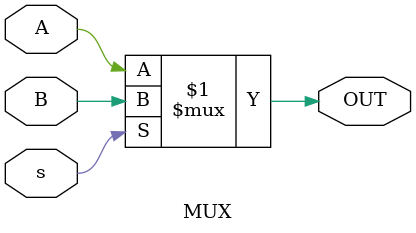
<source format=v>
module MUX#(parameter N = 1) (A,B,s,OUT);
	input[N - 1:0] A,B;
	input s;
	output[N - 1:0] OUT;
	assign OUT = (s)? B : A;
endmodule 
</source>
